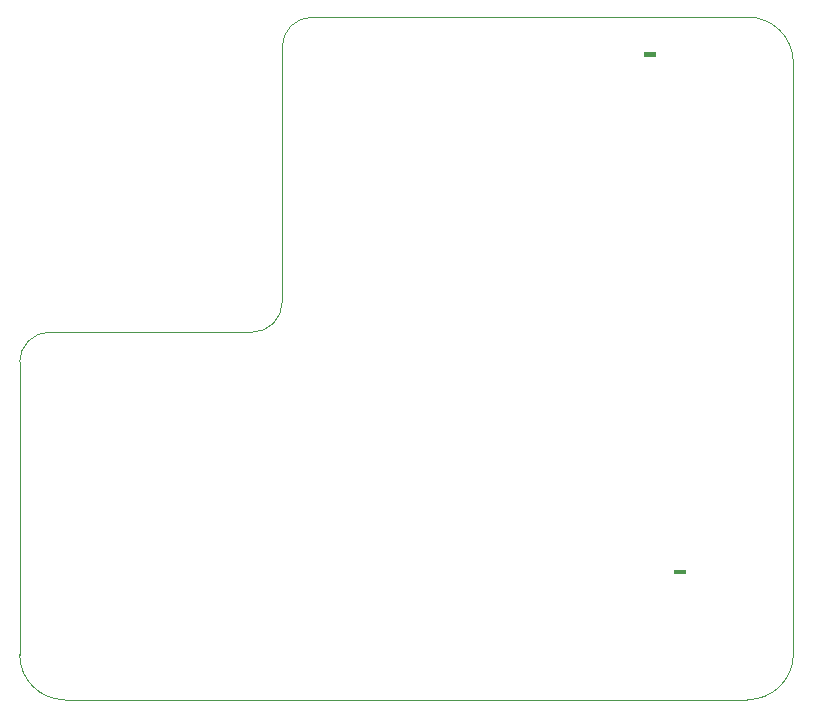
<source format=gbr>
%TF.GenerationSoftware,KiCad,Pcbnew,5.1.5+dfsg1-2~bpo10+1*%
%TF.CreationDate,2020-10-30T12:10:53+01:00*%
%TF.ProjectId,ms_auth_breakout,6d735f61-7574-4685-9f62-7265616b6f75,1.1.0*%
%TF.SameCoordinates,Original*%
%TF.FileFunction,Glue,Top*%
%TF.FilePolarity,Positive*%
%FSLAX46Y46*%
G04 Gerber Fmt 4.6, Leading zero omitted, Abs format (unit mm)*
G04 Created by KiCad (PCBNEW 5.1.5+dfsg1-2~bpo10+1) date 2020-10-30 12:10:53 commit 8f6b4a8*
%MOMM*%
%LPD*%
G04 APERTURE LIST*
%ADD10C,0.050000*%
%ADD11C,0.100000*%
G04 APERTURE END LIST*
D10*
X119557800Y-133896100D02*
G75*
G02X115747800Y-130086100I0J3810000D01*
G01*
X119557800Y-133896100D02*
X177342800Y-133896100D01*
X181254400Y-130086100D02*
G75*
G02X177342800Y-133896100I-3860800J50800D01*
G01*
X181254400Y-130086100D02*
X181254400Y-79921100D01*
X177342800Y-76111100D02*
G75*
G02X181254400Y-79921100I50800J-3860800D01*
G01*
X177342800Y-76111100D02*
X140512800Y-76111100D01*
X137972800Y-78651100D02*
G75*
G02X140512800Y-76111100I2540000J0D01*
G01*
X137972800Y-78651100D02*
X137972800Y-100241100D01*
X135432800Y-102781100D02*
G75*
G03X137972800Y-100241100I0J2540000D01*
G01*
X135432800Y-102781100D02*
X118287800Y-102781100D01*
X115747800Y-105321100D02*
G75*
G02X118287800Y-102781100I2540000J0D01*
G01*
X115747800Y-105321100D02*
X115747800Y-130086100D01*
D11*
G36*
X171127700Y-122901200D02*
G01*
X171127700Y-123301000D01*
X172127900Y-123301000D01*
X172127900Y-122901200D01*
X171127700Y-122901200D01*
G37*
G36*
X168587700Y-79086200D02*
G01*
X168587700Y-79486000D01*
X169587900Y-79486000D01*
X169587900Y-79086200D01*
X168587700Y-79086200D01*
G37*
M02*

</source>
